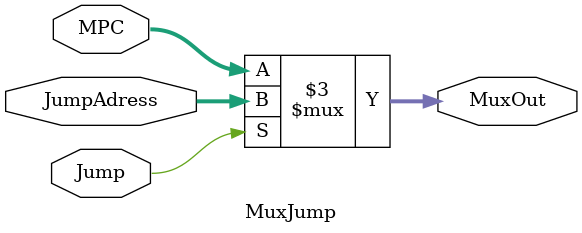
<source format=v>
module MuxJump (MPC, JumpAdress, Jump, MuxOut);

	input [31:0] MPC, JumpAdress;
	input Jump;
	output reg [31:0] MuxOut;
	
	always@(*)
		begin 
			if (Jump)
				MuxOut = JumpAdress;
			else
				MuxOut = MPC;
		end
	
endmodule 

</source>
